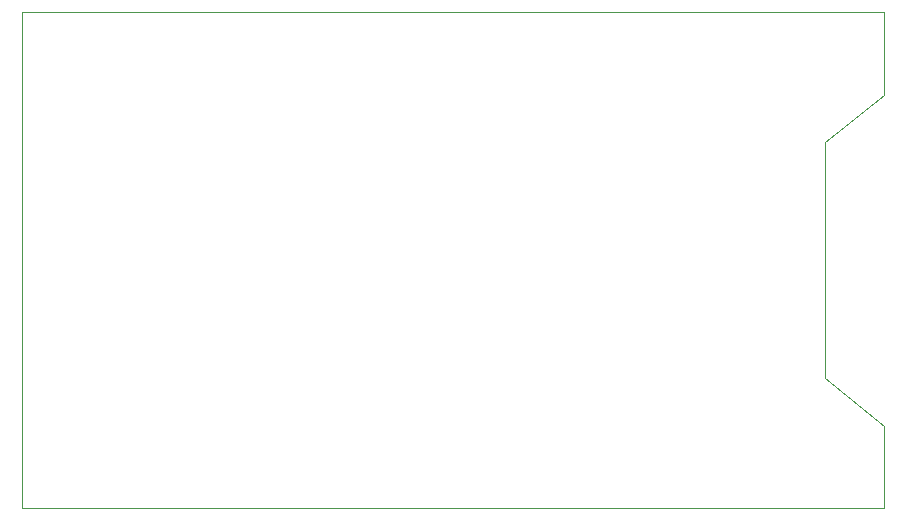
<source format=gbr>
%TF.GenerationSoftware,KiCad,Pcbnew,(5.1.8)-1*%
%TF.CreationDate,2022-05-10T07:33:37+02:00*%
%TF.ProjectId,Compteur_Frost_Attiny,436f6d70-7465-4757-925f-46726f73745f,rev?*%
%TF.SameCoordinates,PX6146580PY6146580*%
%TF.FileFunction,Profile,NP*%
%FSLAX46Y46*%
G04 Gerber Fmt 4.6, Leading zero omitted, Abs format (unit mm)*
G04 Created by KiCad (PCBNEW (5.1.8)-1) date 2022-05-10 07:33:37*
%MOMM*%
%LPD*%
G01*
G04 APERTURE LIST*
%TA.AperFunction,Profile*%
%ADD10C,0.050000*%
%TD*%
G04 APERTURE END LIST*
D10*
X0Y0D02*
X0Y42000000D01*
X73000000Y0D02*
X0Y0D01*
X73000000Y7000000D02*
X73000000Y0D01*
X68000000Y11000000D02*
X73000000Y7000000D01*
X68000000Y31000000D02*
X68000000Y11000000D01*
X73000000Y35000000D02*
X68000000Y31000000D01*
X73000000Y42000000D02*
X73000000Y35000000D01*
X0Y42000000D02*
X73000000Y42000000D01*
M02*

</source>
